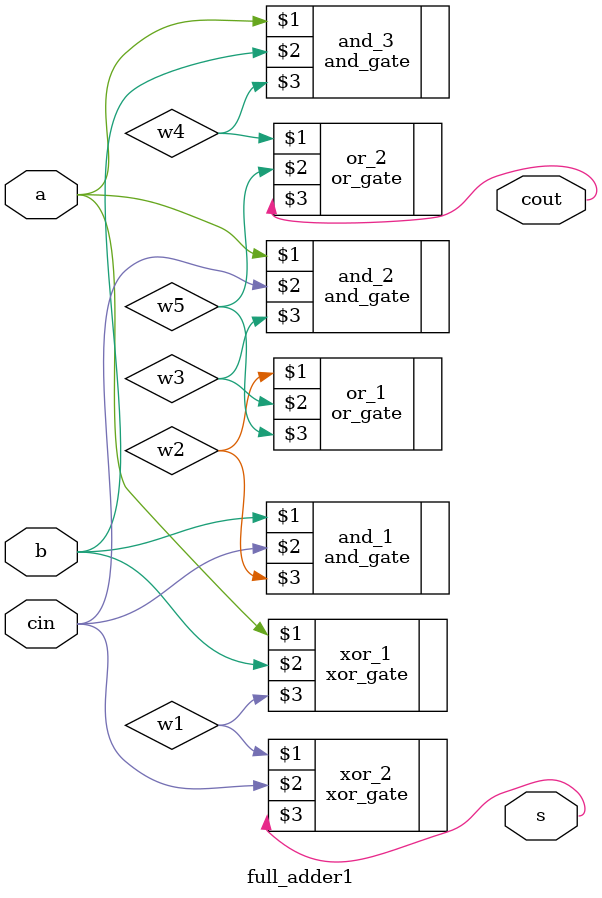
<source format=v>
`timescale 1ns/10ps
`include "lib/xor_gate.v"
`include "lib/and_gate.v"
`include "lib/or_gate.v"


module full_adder1(a, b, cin, cout, s);
    input a, b, cin;
    output cout, s;
    wire w1, w2, w3, w4;

    // Sum bit
    xor_gate xor_1 (a, b, w1);
    xor_gate xor_2 (w1, cin, s);

    // Carry out bit
    and_gate and_1 (b, cin, w2);
    and_gate and_2 (a, cin, w3);
    and_gate and_3 (a, b, w4);

    or_gate or_2 (w4, w5, cout);
    or_gate or_1 (w2, w3, w5);

endmodule

</source>
